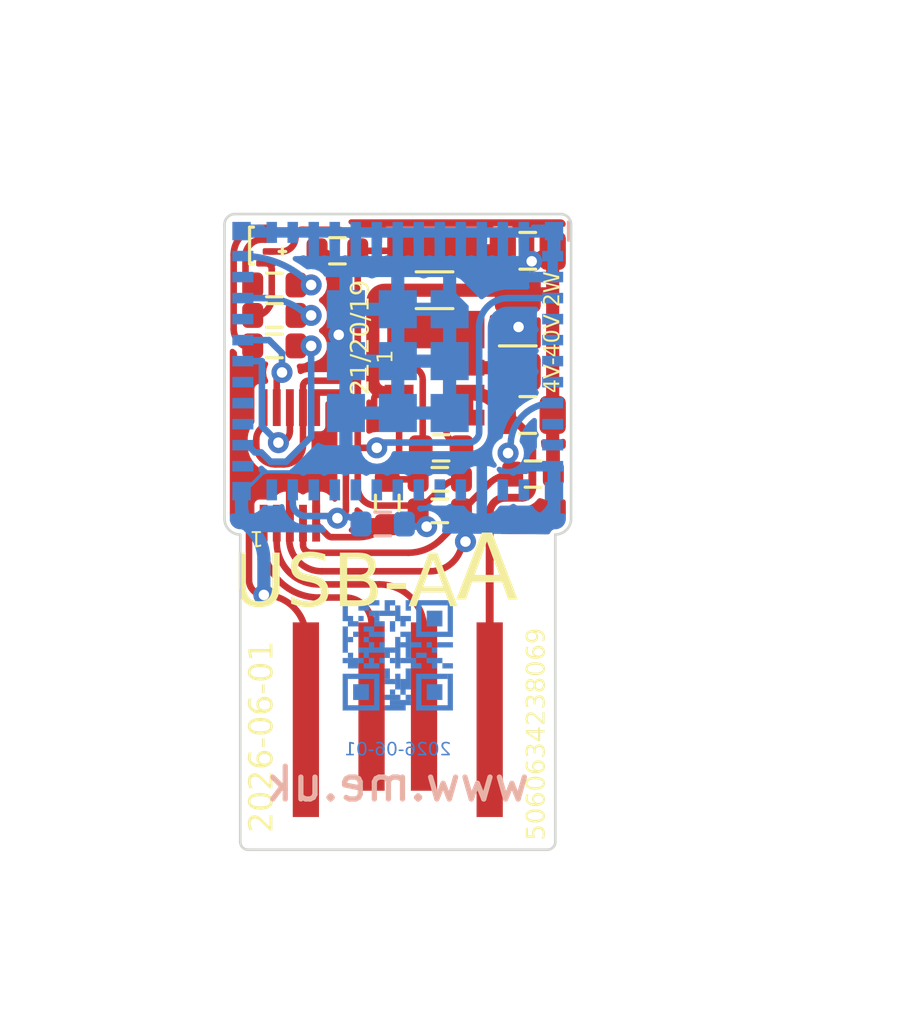
<source format=kicad_pcb>
(kicad_pcb (version 20221018) (generator pcbnew)
  (title_block (title "Generic ESP32 USB-A") (rev "1") (comment 1 "www.me.uk") (comment 2 "@TheRealRevK"))
  (layers (0 "F.Cu" signal) (31 "B.Cu" signal) (34 "B.Paste" user) (35 "F.Paste" user) (36 "B.SilkS" user "B.Silkscreen") (37 "F.SilkS" user "F.Silkscreen") (38 "B.Mask" user) (39 "F.Mask" user) (44 "Edge.Cuts" user))
  (property "DATE" "2023-06-01")
  (net 0 "")
  (net 1 "Net-(D1-BK)")
  (net 2 "GND")
  (net 3 "Net-(D1-RK)")
  (net 4 "Net-(D1-GK)")
  (net 5 "O")
  (net 6 "I")
  (net 7 "Net-(J1-D-)")
  (net 8 "Net-(J1-D+)")
  (net 9 "Net-(U2-FB)")
  (net 12 "EN")
  (net 13 "GPIO0")
  (net 16 "CHARGER")
  (net 18 "R")
  (net 19 "G")
  (net 20 "B")
  (net 34 "+3.3V")
  (net 39 "DC")
  (footprint "RevK:R_0603" (layer "F.Cu") (at 116.8 110.66)
    (fp_text reference "R3" hide)
    (fp_text value "100R")
    (fp_line (start -0.3 -0.45) (end 0.3 -0.45) (stroke (width 0.12)) (layer "F.SilkS"))
    (fp_line (start -0.3 0.45) (end 0.3 0.45) (stroke (width 0.12)) (layer "F.SilkS"))
    (pad "1" smd roundrect (at -0.825 0) (size 0.8 0.95) (layers "F.Cu" "F.Paste" "F.Mask") (net 1 "Net-(D1-BK)"))
    (pad "2" smd roundrect (at 0.825 0) (size 0.8 0.95) (layers "F.Cu" "F.Paste" "F.Mask") (net 20 "B"))
  )
  (footprint "RevK:MHS190RGBCT" (layer "F.Cu") (at 116.605 108 90)
    (fp_text reference "D1" hide)
    (fp_text value "LED_BARG" hide)
    (fp_line (start -0.7 -0.75) (end 0.7 -0.75) (stroke (width 0.12)) (layer "F.SilkS"))
    (fp_line (start -0.7 -0.6) (end -0.7 -0.75) (stroke (width 0.12)) (layer "F.SilkS"))
    (fp_line (start -0.35 0.5) (end -0.1 0.5) (stroke (width 0.12)) (layer "F.SilkS"))
    (fp_line (start -0.225 0.625) (end -0.225 0.375) (stroke (width 0.12)) (layer "F.SilkS"))
    (fp_line (start 0.7 -0.75) (end 0.7 -0.6) (stroke (width 0.12)) (layer "F.SilkS"))
    (pad "1" smd roundrect (at -0.675 -0.125 90) (size 0.25 0.75) (layers "F.Cu" "F.Paste" "F.Mask") (net 1 "Net-(D1-BK)"))
    (pad "2" smd roundrect (at -0.225 0 90) (size 0.25 0.5) (layers "F.Cu" "F.Paste" "F.Mask") (net 34 "+3.3V"))
    (pad "3" smd roundrect (at 0.225 0 90) (size 0.25 0.5) (layers "F.Cu" "F.Paste" "F.Mask") (net 3 "Net-(D1-RK)"))
    (pad "4" smd roundrect (at 0.675 -0.125 90) (size 0.25 0.75) (layers "F.Cu" "F.Paste" "F.Mask") (net 4 "Net-(D1-GK)"))
  )
  (footprint "RevK:R_0603" (layer "F.Cu") (at 116.8 109.5)
    (fp_text reference "R1" hide)
    (fp_text value "300R")
    (fp_line (start -0.3 -0.45) (end 0.3 -0.45) (stroke (width 0.12)) (layer "F.SilkS"))
    (fp_line (start -0.3 0.45) (end 0.3 0.45) (stroke (width 0.12)) (layer "F.SilkS"))
    (pad "1" smd roundrect (at -0.825 0) (size 0.8 0.95) (layers "F.Cu" "F.Paste" "F.Mask") (net 3 "Net-(D1-RK)"))
    (pad "2" smd roundrect (at 0.825 0) (size 0.8 0.95) (layers "F.Cu" "F.Paste" "F.Mask") (net 18 "R"))
  )
  (footprint "RevK:R_0603" (layer "F.Cu") (at 116.8 111.82)
    (fp_text reference "R2" hide)
    (fp_text value "1K")
    (fp_line (start -0.3 -0.45) (end 0.3 -0.45) (stroke (width 0.12)) (layer "F.SilkS"))
    (fp_line (start -0.3 0.45) (end 0.3 0.45) (stroke (width 0.12)) (layer "F.SilkS"))
    (pad "1" smd roundrect (at -0.825 0) (size 0.8 0.95) (layers "F.Cu" "F.Paste" "F.Mask") (net 4 "Net-(D1-GK)"))
    (pad "2" smd roundrect (at 0.825 0) (size 0.8 0.95) (layers "F.Cu" "F.Paste" "F.Mask") (net 19 "G"))
  )
  (footprint "RevK:C_0805_" (layer "F.Cu") (at 126.45 108.2 180)
    (fp_text reference "C3" hide)
    (fp_text value "10uF")
    (fp_line (start -0.3 -0.7) (end 0.3 -0.7) (stroke (width 0.12)) (layer "F.SilkS"))
    (fp_line (start -0.3 0.7) (end 0.3 0.7) (stroke (width 0.12)) (layer "F.SilkS"))
  )
  (footprint "RevK:D_1206_" (layer "F.Cu") (at 126.07 111.32 90)
    (fp_text reference "D2" hide)
    (fp_text value "Schottky")
    (fp_line (start -0.5 -0.7) (end -0.5 0.7) (stroke (width 0.12)) (layer "F.SilkS"))
  )
  (footprint "RevK:L_4x4_" (layer "F.Cu") (at 122.9 109.7 -90)
    (fp_text reference "L1" hide)
    (fp_text value "6.8uH")
    (fp_line (start -0.7 -0.7) (end -0.7 0.7) (stroke (width 0.12)) (layer "F.SilkS"))
    (fp_line (start 0.7 -0.7) (end 0.7 0.7) (stroke (width 0.12)) (layer "F.SilkS"))
  )
  (footprint "RevK:C_0805_" (layer "F.Cu") (at 126.45 114.45)
    (fp_text reference "C2" hide)
    (fp_text value "2.2uF")
    (fp_line (start -0.3 -0.7) (end 0.3 -0.7) (stroke (width 0.12)) (layer "F.SilkS"))
    (fp_line (start -0.3 0.7) (end 0.3 0.7) (stroke (width 0.12)) (layer "F.SilkS"))
  )
  (footprint "RevK:USB-A-PCB" (layer "F.Cu") (at 121.5 131)
    (fp_text reference "J1" hide)
    (fp_text value "USB_A")
    (fp_line (start -6 -12) (end -6 -0.3) (stroke (width 0.1)) (layer "Edge.Cuts"))
    (fp_line (start -5.7 0) (end 5.7 0) (stroke (width 0.1)) (layer "Edge.Cuts"))
    (fp_line (start 6 -0.3) (end 6 -12) (stroke (width 0.1)) (layer "Edge.Cuts"))
    (fp_arc (start -5.7 0) (mid -5.912132 -0.087868) (end -6 -0.3) (stroke (width 0.1)) (layer "Edge.Cuts"))
    (fp_arc (start 6 -0.3) (mid 5.912132 -0.087868) (end 5.7 0) (stroke (width 0.1)) (layer "Edge.Cuts"))
    (pad "1" smd rect (at 3.5 -4.95) (size 1 7.41) (layers "F.Cu" "F.Mask") (net 39 "DC"))
    (pad "2" smd rect (at 1 -5.45) (size 1 6.41) (layers "F.Cu" "F.Mask") (net 7 "Net-(J1-D-)"))
    (pad "3" smd rect (at -1 -5.45) (size 1 6.41) (layers "F.Cu" "F.Mask") (net 8 "Net-(J1-D+)"))
    (pad "4" smd rect (at -3.5 -4.95) (size 1 7.41) (layers "F.Cu" "F.Mask") (net 2 "GND"))
  )
  (footprint "RevK:C_0603" (layer "F.Cu") (at 119.2 108.2 180)
    (fp_text reference "C4" hide)
    (fp_text value "100nF")
    (fp_line (start -0.3 -0.5) (end 0.3 -0.5) (stroke (width 0.12)) (layer "F.SilkS"))
    (fp_line (start -0.3 0.5) (end 0.3 0.5) (stroke (width 0.12)) (layer "F.SilkS"))
    (pad "1" smd roundrect (at -0.775 0 180) (size 0.8 0.95) (layers "F.Cu" "F.Paste" "F.Mask") (net 34 "+3.3V"))
    (pad "2" smd roundrect (at 0.775 0 180) (size 0.8 0.95) (layers "F.Cu" "F.Paste" "F.Mask") (net 2 "GND"))
  )
  (footprint "RevK:C_0603_" (layer "F.Cu") (at 123.15 115.7)
    (fp_text reference "C1" hide)
    (fp_text value "100nF")
    (fp_line (start -0.3 -0.5) (end 0.3 -0.5) (stroke (width 0.12)) (layer "F.SilkS"))
    (fp_line (start -0.3 0.5) (end 0.3 0.5) (stroke (width 0.12)) (layer "F.SilkS"))
  )
  (footprint "RevK:R_0603" (layer "F.Cu") (at 121.1 117.8 90)
    (fp_text reference "R5" hide)
    (fp_text value "30k 1%")
    (fp_line (start -0.3 -0.45) (end 0.3 -0.45) (stroke (width 0.12)) (layer "F.SilkS"))
    (fp_line (start -0.3 0.45) (end 0.3 0.45) (stroke (width 0.12)) (layer "F.SilkS"))
    (pad "1" smd roundrect (at -0.825 0 90) (size 0.8 0.95) (layers "F.Cu" "F.Paste" "F.Mask") (net 2 "GND"))
    (pad "2" smd roundrect (at 0.825 0 90) (size 0.8 0.95) (layers "F.Cu" "F.Paste" "F.Mask") (net 9 "Net-(U2-FB)"))
  )
  (footprint "RevK:SOT-23-Thin-6-Reg" (layer "F.Cu") (at 122.9 113.6 90)
    (fp_text reference "U2" hide)
    (fp_text value "LMR16006YDDCR")
    (fp_text user "4V-40V 2W" (at 2.3 4.5 90 unlocked) (layer "F.SilkS") (effects (font (size 0.6 0.6) (thickness 0.125))))
    (fp_text user "1" (at 1.1 -1.5 90 unlocked) (layer "F.SilkS") (effects (font (size 0.6 0.6)) (justify left bottom)))
    (pad "1" smd roundrect (at -2.1 -0.525 180) (size 0.9 0.95) (layers "F.Cu" "F.Paste" "F.Mask") (clearance 0.2))
    (pad "1" smd custom (at -0.8 -0.45 90) (size 2.6 0.25) (layers "F.Cu") (clearance 0.2) (options (clearance outline) (anchor rect)) (primitives (gr_arc (start 1.75 -0.45) (mid 1.618198 -0.131802) (end 1.3 0) (width 0.25))))
    (pad "1" smd rect (at 0.95 -1.35 180) (size 1.1 0.6) (layers "F.Cu" "F.Paste" "F.Mask") (clearance 0.2))
    (pad "2" smd custom (at -1.1 4.5 90) (size 0.1 0.1) (layers "F.Cu") (net 2 "GND") (clearance 0.2) (options (clearance outline) (anchor rect)) (primitives (gr_line (start 0 0) (end 6.6 0) (width 0.4999)) (gr_line (start 4.8625 0) (end 4.8625 -1.6) (width 0.4999)) (gr_line (start 5 -1.6) (end 5 -6.4) (width 0.4999)) (gr_arc (start 4.55 -6.85) (mid 4.868198 -6.718198) (end 5 -6.4) (width 0.4999)) (gr_line (start 4.55 -6.85) (end 1.55 -6.85) (width 0.4999)) (gr_arc (start 1.1 -6.4) (mid 1.231802 -6.718198) (end 1.55 -6.85) (width 0.4999)) (gr_line (start 1.1 -6.4) (end 1.1 -5.9) (width 0.4999))))
    (pad "2" smd roundrect (at -0.85 4.5) (size 1 1.45) (layers "F.Cu" "F.Paste" "F.Mask") (net 2 "GND"))
    (pad "2" smd rect (at 0 -1.35 180) (size 1.1 0.6) (layers "F.Cu" "F.Paste" "F.Mask") (net 2 "GND") (clearance 0.2))
    (pad "2" smd roundrect (at 3.7625 3.17 90) (size 1.425 1.75) (layers "F.Cu" "F.Paste" "F.Mask") (roundrect_rratio 0.175) (net 2 "GND") (clearance 0.2))
    (pad "2" smd roundrect (at 5.4 4.5) (size 1 1.45) (layers "F.Cu" "F.Paste" "F.Mask") (net 2 "GND"))
    (pad "3" smd rect (at -0.95 -1.35 180) (size 1.1 0.6) (layers "F.Cu" "F.Paste" "F.Mask") (net 9 "Net-(U2-FB)") (clearance 0.2))
    (pad "4" smd rect (at -0.95 1.35 180) (size 1.1 0.6) (layers "F.Cu" "F.Paste" "F.Mask") (net 39 "DC") (clearance 0.2))
    (pad "5" smd custom (at -1.06 2.55 90) (size 0.1 0.1) (layers "F.Cu") (net 39 "DC") (options (clearance outline) (anchor rect)) (primitives (gr_arc (start 1 -1) (mid 0.707723 -0.29351) (end 0.001745 -0.000002) (width 0.5))))
    (pad "5" smd roundrect (at -0.85 2.6) (size 1 1.45) (layers "F.Cu" "F.Paste" "F.Mask") (net 39 "DC") (clearance 0.2))
    (pad "5" smd rect (at 0 1.35 180) (size 1.1 0.6) (layers "F.Cu" "F.Paste" "F.Mask") (net 39 "DC") (clearance 0.2))
    (pad "6" smd roundrect (at -2.1 1.025 180) (size 0.9 0.95) (layers "F.Cu" "F.Paste" "F.Mask") (clearance 0.2))
    (pad "6" smd custom (at -0.475 0.45 90) (size 1.95 0.25) (layers "F.Cu") (clearance 0.2) (options (clearance outline) (anchor rect)) (primitives (gr_arc (start 0.975 0) (mid 1.293198 0.131802) (end 1.425 0.45) (width 0.25)) (gr_arc (start -1.425 0.45) (mid -1.293198 0.131802) (end -0.975 0) (width 0.25))))
    (pad "6" smd roundrect (at 0.7975 3.17 90) (size 1.425 1.75) (layers "F.Cu" "F.Paste" "F.Mask") (roundrect_rratio 0.175) (clearance 0.2))
    (pad "6" smd rect (at 0.95 1.35 180) (size 1.1 0.6) (layers "F.Cu" "F.Paste" "F.Mask") (clearance 0.2))
    (pad "6" smd rect (at 0.95 2.3 180) (size 2 0.5) (layers "F.Cu") (clearance 0.2))
    (pad "6" smd rect (at 1.9 1.35 90) (size 2 0.5) (layers "F.Cu") (clearance 0.2))
    (pad "6" smd rect (at 2.4 0.05 180) (size 3.7 1.425) (layers "F.Cu" "F.Mask") (clearance 0.2))
    (pad "7" smd rect (at 5.4 0.05 180) (size 3.7 1.425) (layers "F.Cu" "F.Mask") (net 34 "+3.3V"))
    (pad "7" smd rect (at 5.4 0.8 90) (size 0.5 4) (layers "F.Cu") (net 34 "+3.3V"))
    (pad "7" smd roundrect (at 5.4 2.6) (size 1 1.45) (layers "F.Cu" "F.Paste" "F.Mask") (net 34 "+3.3V") (clearance 0.2))
  )
  (footprint "RevK:R_0603" (layer "F.Cu") (at 123.1 116.9 180)
    (fp_text reference "R4" hide)
    (fp_text value "100k 1%")
    (fp_line (start -0.3 -0.45) (end 0.3 -0.45) (stroke (width 0.12)) (layer "F.SilkS"))
    (fp_line (start -0.3 0.45) (end 0.3 0.45) (stroke (width 0.12)) (layer "F.SilkS"))
    (pad "1" smd roundrect (at -0.825 0 180) (size 0.8 0.95) (layers "F.Cu" "F.Paste" "F.Mask") (net 34 "+3.3V"))
    (pad "2" smd roundrect (at 0.825 0 180) (size 0.8 0.95) (layers "F.Cu" "F.Paste" "F.Mask") (net 9 "Net-(U2-FB)"))
  )
  (footprint "RevK:CH340X" (layer "F.Cu") (at 117.39 116.37 90)
    (fp_text reference "U3" hide)
    (fp_text value "CH340X")
    (fp_text user "1" (at -2.4 -1 180 unlocked) (layer "F.SilkS") (effects (font (size 0.6 0.6)) (justify left bottom)))
    (pad "1" smd rect (at -2.2 -1 90) (size 1.4 0.3) (layers "F.Cu" "F.Paste" "F.Mask") (net 8 "Net-(J1-D+)"))
    (pad "2" smd rect (at -2.2 -0.5 90) (size 1.4 0.3) (layers "F.Cu" "F.Paste" "F.Mask") (net 7 "Net-(J1-D-)"))
    (pad "3" smd rect (at -2.2 0 90) (size 1.4 0.3) (layers "F.Cu" "F.Paste" "F.Mask") (net 2 "GND"))
    (pad "4" smd rect (at -2.2 0.5 90) (size 1.4 0.3) (layers "F.Cu" "F.Paste" "F.Mask") (net 12 "EN"))
    (pad "5" smd rect (at -2.2 1 90) (size 1.4 0.3) (layers "F.Cu" "F.Paste" "F.Mask") (net 2 "GND"))
    (pad "6" smd rect (at 2.2 1 90) (size 1.4 0.3) (layers "F.Cu" "F.Paste" "F.Mask") (net 13 "GPIO0"))
    (pad "7" smd rect (at 2.2 0.5 90) (size 1.4 0.3) (layers "F.Cu" "F.Paste" "F.Mask") (net 34 "+3.3V"))
    (pad "8" smd rect (at 2.2 0 90) (size 1.4 0.3) (layers "F.Cu" "F.Paste" "F.Mask") (net 6 "I"))
    (pad "9" smd rect (at 2.2 -0.5 90) (size 1.4 0.3) (layers "F.Cu" "F.Paste" "F.Mask") (net 5 "O"))
    (pad "10" smd rect (at 2.2 -1 90) (size 1.4 0.3) (layers "F.Cu" "F.Paste" "F.Mask") (net 34 "+3.3V"))
  )
  (footprint "RevK:C_0603" (layer "F.Cu") (at 126.65 116.7 180)
    (fp_text reference "C5" hide)
    (fp_text value "1uF")
    (fp_line (start -0.3 -0.5) (end 0.3 -0.5) (stroke (width 0.12)) (layer "F.SilkS"))
    (fp_line (start -0.3 0.5) (end 0.3 0.5) (stroke (width 0.12)) (layer "F.SilkS"))
    (pad "1" smd roundrect (at -0.775 0 180) (size 0.8 0.95) (layers "F.Cu" "F.Paste" "F.Mask") (net 2 "GND"))
    (pad "2" smd roundrect (at 0.775 0 180) (size 0.8 0.95) (layers "F.Cu" "F.Paste" "F.Mask") (net 12 "EN"))
  )
  (footprint "RevK:R_0603" (layer "F.Cu") (at 123.1 118.1)
    (fp_text reference "R6" hide)
    (fp_text value "10k")
    (fp_line (start -0.3 -0.45) (end 0.3 -0.45) (stroke (width 0.12)) (layer "F.SilkS"))
    (fp_line (start -0.3 0.45) (end 0.3 0.45) (stroke (width 0.12)) (layer "F.SilkS"))
    (pad "1" smd roundrect (at -0.825 0) (size 0.8 0.95) (layers "F.Cu" "F.Paste" "F.Mask") (net 34 "+3.3V"))
    (pad "2" smd roundrect (at 0.825 0) (size 0.8 0.95) (layers "F.Cu" "F.Paste" "F.Mask") (net 12 "EN"))
  )
  (footprint "RevK:ESP32-PICO-MINI-02" (layer "B.Cu") (at 121.5 112.4 180)
    (fp_text reference "U1" hide)
    (fp_text value "ESP32-PICO-MINI-02")
    (fp_line (start -6.5 5.3) (end -6.5 4.6) (stroke (width 0.12)) (layer "B.SilkS"))
    (pad "1" smd rect (at -5.9 4 180) (size 0.8 0.4) (layers "B.Cu" "B.Paste" "B.Mask") (net 2 "GND"))
    (pad "2" smd rect (at -5.9 3.2 180) (size 0.8 0.4) (layers "B.Cu" "B.Paste" "B.Mask") (net 2 "GND"))
    (pad "3" smd rect (at -5.9 2.4 180) (size 0.8 0.4) (layers "B.Cu" "B.Paste" "B.Mask") (net 34 "+3.3V"))
    (pad "4" smd rect (at -5.9 1.6 180) (size 0.8 0.4) (layers "B.Cu" "B.Paste" "B.Mask"))
    (pad "5" smd rect (at -5.9 0.8 180) (size 0.8 0.4) (layers "B.Cu" "B.Paste" "B.Mask"))
    (pad "6" smd rect (at -5.9 0 180) (size 0.8 0.4) (layers "B.Cu" "B.Paste" "B.Mask"))
    (pad "7" smd rect (at -5.9 -0.8 180) (size 0.8 0.4) (layers "B.Cu" "B.Paste" "B.Mask"))
    (pad "8" smd rect (at -5.9 -1.6 180) (size 0.8 0.4) (layers "B.Cu" "B.Paste" "B.Mask") (net 12 "EN"))
    (pad "9" smd rect (at -5.9 -2.4 180) (size 0.8 0.4) (layers "B.Cu" "B.Paste" "B.Mask"))
    (pad "10" smd rect (at -5.9 -3.2 180) (size 0.8 0.4) (layers "B.Cu" "B.Paste" "B.Mask"))
    (pad "11" smd rect (at -5.9 -4 180) (size 0.8 0.4) (layers "B.Cu" "B.Paste" "B.Mask") (net 2 "GND"))
    (pad "12" smd rect (at -4.8 -4.9 180) (size 0.4 0.8) (layers "B.Cu" "B.Paste" "B.Mask"))
    (pad "13" smd rect (at -4 -4.9 180) (size 0.4 0.8) (layers "B.Cu" "B.Paste" "B.Mask"))
    (pad "14" smd rect (at -3.2 -4.9 180) (size 0.4 0.8) (layers "B.Cu" "B.Paste" "B.Mask") (net 2 "GND"))
    (pad "15" smd rect (at -2.4 -4.9 180) (size 0.4 0.8) (layers "B.Cu" "B.Paste" "B.Mask"))
    (pad "16" smd rect (at -1.6 -4.9 180) (size 0.4 0.8) (layers "B.Cu" "B.Paste" "B.Mask"))
    (pad "17" smd rect (at -0.8 -4.9 180) (size 0.4 0.8) (layers "B.Cu" "B.Paste" "B.Mask"))
    (pad "18" smd rect (at 0 -4.9 180) (size 0.4 0.8) (layers "B.Cu" "B.Paste" "B.Mask"))
    (pad "19" smd rect (at 0.8 -4.9 180) (size 0.4 0.8) (layers "B.Cu" "B.Paste" "B.Mask"))
    (pad "20" smd rect (at 1.6 -4.9 180) (size 0.4 0.8) (layers "B.Cu" "B.Paste" "B.Mask"))
    (pad "21" smd rect (at 2.4 -4.9 180) (size 0.4 0.8) (layers "B.Cu" "B.Paste" "B.Mask"))
    (pad "22" smd rect (at 3.2 -4.9 180) (size 0.4 0.8) (layers "B.Cu" "B.Paste" "B.Mask"))
    (pad "23" smd rect (at 4 -4.9 180) (size 0.4 0.8) (layers "B.Cu" "B.Paste" "B.Mask") (net 13 "GPIO0"))
    (pad "24" smd rect (at 4.8 -4.9 180) (size 0.4 0.8) (layers "B.Cu" "B.Paste" "B.Mask"))
    (pad "25" smd rect (at 5.9 -4 180) (size 0.8 0.4) (layers "B.Cu" "B.Paste" "B.Mask"))
    (pad "26" smd rect (at 5.9 -3.2 180) (size 0.8 0.4) (layers "B.Cu" "B.Paste" "B.Mask") (net 19 "G"))
    (pad "27" smd rect (at 5.9 -2.4 180) (size 0.8 0.4) (layers "B.Cu" "B.Paste" "B.Mask"))
    (pad "28" smd rect (at 5.9 -1.6 180) (size 0.8 0.4) (layers "B.Cu" "B.Paste" "B.Mask"))
    (pad "29" smd rect (at 5.9 -0.8 180) (size 0.8 0.4) (layers "B.Cu" "B.Paste" "B.Mask"))
    (pad "30" smd rect (at 5.9 0 180) (size 0.8 0.4) (layers "B.Cu" "B.Paste" "B.Mask") (net 6 "I"))
    (pad "31" smd rect (at 5.9 0.8 180) (size 0.8 0.4) (layers "B.Cu" "B.Paste" "B.Mask") (net 5 "O"))
    (pad "32" smd rect (at 5.9 1.6 180) (size 0.8 0.4) (layers "B.Cu" "B.Paste" "B.Mask"))
    (pad "33" smd rect (at 5.9 2.4 180) (size 0.8 0.4) (layers "B.Cu" "B.Paste" "B.Mask") (net 20 "B"))
    (pad "34" smd rect (at 5.9 3.2 180) (size 0.8 0.4) (layers "B.Cu" "B.Paste" "B.Mask") (net 16 "CHARGER"))
    (pad "35" smd rect (at 5.9 4 180) (size 0.8 0.4) (layers "B.Cu" "B.Paste" "B.Mask") (net 18 "R"))
    (pad "36" smd rect (at 4.8 4.9 180) (size 0.4 0.8) (layers "B.Cu" "B.Paste" "B.Mask") (net 2 "GND"))
    (pad "37" smd rect (at 4 4.9 180) (size 0.4 0.8) (layers "B.Cu" "B.Paste" "B.Mask") (net 2 "GND"))
    (pad "38" smd rect (at 3.2 4.9 180) (size 0.4 0.8) (layers "B.Cu" "B.Paste" "B.Mask") (net 2 "GND"))
    (pad "39" smd rect (at 2.4 4.9 180) (size 0.4 0.8) (layers "B.Cu" "B.Paste" "B.Mask") (net 2 "GND"))
    (pad "40" smd rect (at 1.6 4.9 180) (size 0.4 0.8) (layers "B.Cu" "B.Paste" "B.Mask") (net 2 "GND"))
    (pad "41" smd rect (at 0.8 4.9 180) (size 0.4 0.8) (layers "B.Cu" "B.Paste" "B.Mask") (net 2 "GND"))
    (pad "42" smd rect (at 0 4.9 180) (size 0.4 0.8) (layers "B.Cu" "B.Paste" "B.Mask") (net 2 "GND"))
    (pad "43" smd rect (at -0.8 4.9 180) (size 0.4 0.8) (layers "B.Cu" "B.Paste" "B.Mask") (net 2 "GND"))
    (pad "44" smd rect (at -1.6 4.9 180) (size 0.4 0.8) (layers "B.Cu" "B.Paste" "B.Mask") (net 2 "GND"))
    (pad "45" smd rect (at -2.4 4.9 180) (size 0.4 0.8) (layers "B.Cu" "B.Paste" "B.Mask") (net 2 "GND"))
    (pad "46" smd rect (at -3.2 4.9 180) (size 0.4 0.8) (layers "B.Cu" "B.Paste" "B.Mask") (net 2 "GND"))
    (pad "47" smd rect (at -4 4.9 180) (size 0.4 0.8) (layers "B.Cu" "B.Paste" "B.Mask") (net 2 "GND"))
    (pad "48" smd rect (at -4.8 4.9 180) (size 0.4 0.8) (layers "B.Cu" "B.Paste" "B.Mask") (net 2 "GND"))
    (pad "49" smd rect (at -1.975 -1.975 180) (size 1.45 1.45) (layers "B.Cu" "B.Paste" "B.Mask") (net 2 "GND"))
    (pad "49" smd rect (at -1.975 0 180) (size 1.45 1.45) (layers "B.Cu" "B.Paste" "B.Mask") (net 2 "GND"))
    (pad "49" smd roundrect (at -1.975 1.975 180) (size 1.45 1.45) (layers "B.Cu" "B.Paste" "B.Mask") (roundrect_rratio 0) (chamfer_ratio 0.41) (chamfer bottom_left) (net 2 "GND"))
    (pad "49" smd rect (at 0 -1.975 180) (size 1.45 1.45) (layers "B.Cu" "B.Paste" "B.Mask") (net 2 "GND"))
    (pad "49" smd rect (at 0 0 180) (size 1.45 1.45) (layers "B.Cu" "B.Paste" "B.Mask") (net 2 "GND"))
    (pad "49" smd rect (at 0 1.975 180) (size 1.45 1.45) (layers "B.Cu" "B.Paste" "B.Mask") (net 2 "GND"))
    (pad "49" smd rect (at 1.975 -1.975 180) (size 1.45 1.45) (layers "B.Cu" "B.Paste" "B.Mask") (net 2 "GND"))
    (pad "49" smd rect (at 1.975 0 180) (size 1.45 1.45) (layers "B.Cu" "B.Paste" "B.Mask") (net 2 "GND"))
    (pad "49" smd rect (at 1.975 1.975 180) (size 1.45 1.45) (layers "B.Cu" "B.Paste" "B.Mask") (net 2 "GND"))
    (pad "50" smd rect (at 5.95 4.95 180) (size 0.7 0.7) (layers "B.Cu" "B.Paste" "B.Mask") (net 2 "GND"))
    (pad "51" smd rect (at 5.95 -4.95 180) (size 0.7 0.7) (layers "B.Cu" "B.Paste" "B.Mask") (net 2 "GND"))
    (pad "52" smd rect (at -5.95 -4.95 180) (size 0.7 0.7) (layers "B.Cu" "B.Paste" "B.Mask") (net 2 "GND"))
    (pad "53" smd rect (at -5.95 4.95 180) (size 0.7 0.7) (layers "B.Cu" "B.Paste" "B.Mask") (net 2 "GND"))
    (zone (net 0) (net_name "") (layer "F.Cu") (connect_pads (clearance 0)) (min_thickness 0.01)
      (keepout (tracks not_allowed) (vias not_allowed) (pads not_allowed) (copperpour not_allowed) (footprints allowed))
      (fill (thermal_gap 0.508) (thermal_bridge_width 0.508))
      (polygon (pts (xy 128.1 101.4) (xy 114.9 101.4) (xy 114.9 106.8) (xy 128.1 106.8)))
    )
    (zone (net 0) (net_name "") (layer "B.Cu") (connect_pads (clearance 0)) (min_thickness 0.01)
      (keepout (tracks not_allowed) (vias not_allowed) (pads not_allowed) (copperpour not_allowed) (footprints allowed))
      (fill (thermal_gap 0.508) (thermal_bridge_width 0.508))
      (polygon (pts (xy 128.1 101.4) (xy 114.9 101.4) (xy 114.9 106.8) (xy 128.1 106.8)))
    )
  )
  (footprint "RevK:QR-GENERIC" (layer "B.Cu") (at 121.5 123.6 180)
    (fp_text reference "U4" hide)
    (fp_text value "QR" hide)
    (fp_text user "${CURRENT_DATE}" (at 0 -3.6) (layer "B.Cu") (effects (font (size 0.5 0.5) (thickness 0.1)) (justify mirror)))
    (pad "-" smd rect (at -2 -1.3 180) (size 0.2 1.2) (layers "B.Cu") (clearance 0.2))
    (pad "-" smd rect (at -2 1.5 180) (size 0.2 1.2) (layers "B.Cu") (clearance 0.2))
    (pad "-" smd rect (at -1.9 -0.4 180) (size 0.4 0.2) (layers "B.Cu") (clearance 0.2))
    (pad "-" smd rect (at -1.8 0.4 180) (size 0.6 0.2) (layers "B.Cu") (clearance 0.2))
    (pad "-" smd rect (at -1.6 -0.2 180) (size 0.2 0.2) (layers "B.Cu") (clearance 0.2))
    (pad "-" smd rect (at -1.4 -2 180) (size 1.4 0.2) (layers "B.Cu") (clearance 0.2))
    (pad "-" smd rect (at -1.4 -1.4 180) (size 0.6 0.6) (layers "B.Cu") (clearance 0.2))
    (pad "-" smd rect (at -1.4 -0.8 180) (size 1 0.2) (layers "B.Cu") (clearance 0.2))
    (pad "-" smd rect (at -1.4 -0.3 180) (size 0.2 0.4) (layers "B.Cu") (clearance 0.2))
    (pad "-" smd rect (at -1.4 0.2 180) (size 0.2 0.2) (layers "B.Cu") (clearance 0.2))
    (pad "-" smd rect (at -1.4 0.8 180) (size 1.4 0.2) (layers "B.Cu") (clearance 0.2))
    (pad "-" smd rect (at -1.4 1.4 180) (size 0.6 0.6) (layers "B.Cu") (clearance 0.2))
    (pad "-" smd rect (at -1.4 2 180) (size 1 0.2) (layers "B.Cu") (clearance 0.2))
    (pad "-" smd rect (at -1.2 -0.2 180) (size 0.2 0.2) (layers "B.Cu") (clearance 0.2))
    (pad "-" smd rect (at -1.2 0.4 180) (size 0.2 0.2) (layers "B.Cu") (clearance 0.2))
    (pad "-" smd rect (at -0.9 0 180) (size 0.4 0.2) (layers "B.Cu") (clearance 0.2))
    (pad "-" smd rect (at -0.8 -1.3 180) (size 0.2 1.2) (layers "B.Cu") (clearance 0.2))
    (pad "-" smd rect (at -0.8 1.5 180) (size 0.2 1.2) (layers "B.Cu") (clearance 0.2))
    (pad "-" smd rect (at -0.7 -0.4 180) (size 0.4 0.2) (layers "B.Cu") (clearance 0.2))
    (pad "-" smd rect (at -0.7 0.4 180) (size 0.4 0.2) (layers "B.Cu") (clearance 0.2))
    (pad "-" smd rect (at -0.4 -1.6 180) (size 0.2 0.2) (layers "B.Cu") (clearance 0.2))
    (pad "-" smd rect (at -0.4 -0.9 180) (size 0.2 0.8) (layers "B.Cu") (clearance 0.2))
    (pad "-" smd rect (at -0.4 -0.2 180) (size 0.6 0.2) (layers "B.Cu") (clearance 0.2))
    (pad "-" smd rect (at -0.4 0.4 180) (size 0.2 1) (layers "B.Cu") (clearance 0.2))
    (pad "-" smd rect (at -0.4 1.4 180) (size 0.2 0.2) (layers "B.Cu") (clearance 0.2))
    (pad "-" smd rect (at -0.4 1.9 180) (size 0.2 0.4) (layers "B.Cu") (clearance 0.2))
    (pad "-" smd rect (at -0.2 -1.2 180) (size 0.2 0.6) (layers "B.Cu") (clearance 0.2))
    (pad "-" smd rect (at -0.2 0.4 180) (size 0.2 0.2) (layers "B.Cu") (clearance 0.2))
    (pad "-" smd rect (at -0.2 0.8 180) (size 0.2 0.2) (layers "B.Cu") (clearance 0.2))
    (pad "-" smd rect (at -0.2 1.3 180) (size 0.2 0.4) (layers "B.Cu") (clearance 0.2))
    (pad "-" smd rect (at -0.1 -1.8 180) (size 0.8 0.2) (layers "B.Cu") (clearance 0.2))
    (pad "-" smd rect (at 0 -1 180) (size 0.2 0.6) (layers "B.Cu") (clearance 0.2))
    (pad "-" smd rect (at 0 0.1 180) (size 0.2 1.2) (layers "B.Cu") (clearance 0.2))
    (pad "-" smd rect (at 0 1.6 180) (size 0.2 0.6) (layers "B.Cu") (clearance 0.2))
    (pad "-" smd rect (at 0.1 -2 180) (size 0.8 0.2) (layers "B.Cu") (clearance 0.2))
    (pad "-" smd rect (at 0.2 -1.6 180) (size 0.6 0.2) (layers "B.Cu") (clearance 0.2))
    (pad "-" smd rect (at 0.2 -1.4 180) (size 0.2 0.2) (layers "B.Cu") (clearance 0.2))
    (pad "-" smd rect (at 0.2 -0.2 180) (size 0.2 0.2) (layers "B.Cu") (clearance 0.2))
    (pad "-" smd rect (at 0.2 0.2 180) (size 0.2 0.2) (layers "B.Cu") (clearance 0.2))
    (pad "-" smd rect (at 0.2 1.1 180) (size 0.2 0.4) (layers "B.Cu") (clearance 0.2))
    (pad "-" smd rect (at 0.2 2 180) (size 0.2 0.2) (layers "B.Cu") (clearance 0.2))
    (pad "-" smd rect (at 0.3 -1 180) (size 0.4 0.2) (layers "B.Cu") (clearance 0.2))
    (pad "-" smd rect (at 0.4 -0.7 180) (size 0.2 0.4) (layers "B.Cu") (clearance 0.2))
    (pad "-" smd rect (at 0.4 0.1 180) (size 0.2 0.4) (layers "B.Cu") (clearance 0.2))
    (pad "-" smd rect (at 0.4 1.6 180) (size 0.6 0.2) (layers "B.Cu") (clearance 0.2))
    (pad "-" smd rect (at 0.4 1.9 180) (size 0.2 0.4) (layers "B.Cu") (clearance 0.2))
    (pad "-" smd rect (at 0.6 -0.2 180) (size 0.2 0.2) (layers "B.Cu") (clearance 0.2))
    (pad "-" smd rect (at 0.6 0.4 180) (size 0.2 0.2) (layers "B.Cu") (clearance 0.2))
    (pad "-" smd rect (at 0.7 1.2 180) (size 0.4 0.2) (layers "B.Cu") (clearance 0.2))
    (pad "-" smd rect (at 0.8 -1.3 180) (size 0.2 1.2) (layers "B.Cu") (clearance 0.2))
    (pad "-" smd rect (at 0.8 0.2 180) (size 0.6 0.2) (layers "B.Cu") (clearance 0.2))
    (pad "-" smd rect (at 0.8 0.8 180) (size 0.6 0.2) (layers "B.Cu") (clearance 0.2))
    (pad "-" smd rect (at 0.8 1.5 180) (size 0.2 0.4) (layers "B.Cu") (clearance 0.2))
    (pad "-" smd rect (at 0.9 2 180) (size 0.4 0.2) (layers "B.Cu") (clearance 0.2))
    (pad "-" smd rect (at 1 -0.4 180) (size 0.6 0.2) (layers "B.Cu") (clearance 0.2))
    (pad "-" smd rect (at 1 -0.2 180) (size 0.2 0.2) (layers "B.Cu") (clearance 0.2))
    (pad "-" smd rect (at 1 0.4 180) (size 0.2 0.2) (layers "B.Cu") (clearance 0.2))
    (pad "-" smd rect (at 1 1.6 180) (size 0.2 0.2) (layers "B.Cu") (clearance 0.2))
    (pad "-" smd rect (at 1.1 1 180) (size 0.4 0.2) (layers "B.Cu") (clearance 0.2))
    (pad "-" smd rect (at 1.2 0.1 180) (size 0.2 0.4) (layers "B.Cu") (clearance 0.2))
    (pad "-" smd rect (at 1.2 0.6 180) (size 0.2 0.2) (layers "B.Cu") (clearance 0.2))
    (pad "-" smd rect (at 1.3 1.8 180) (size 0.4 0.2) (layers "B.Cu") (clearance 0.2))
    (pad "-" smd rect (at 1.4 -2 180) (size 1.4 0.2) (layers "B.Cu") (clearance 0.2))
    (pad "-" smd rect (at 1.4 -1.4 180) (size 0.6 0.6) (layers "B.Cu") (clearance 0.2))
    (pad "-" smd rect (at 1.4 -0.8 180) (size 1 0.2) (layers "B.Cu") (clearance 0.2))
    (pad "-" smd rect (at 1.4 -0.2 180) (size 0.2 0.2) (layers "B.Cu") (clearance 0.2))
    (pad "-" smd rect (at 1.4 0.2 180) (size 0.2 0.2) (layers "B.Cu") (clearance 0.2))
    (pad "-" smd rect (at 1.4 1.4 180) (size 0.2 0.2) (layers "B.Cu") (clearance 0.2))
    (pad "-" smd rect (at 1.6 0.8 180) (size 0.2 0.2) (layers "B.Cu") (clearance 0.2))
    (pad "-" smd rect (at 1.7 -0.3 180) (size 0.4 0.4) (layers "B.Cu") (clearance 0.2))
    (pad "-" smd rect (at 1.7 1.2 180) (size 0.4 0.2) (layers "B.Cu") (clearance 0.2))
    (pad "-" smd rect (at 1.8 0 180) (size 0.2 0.2) (layers "B.Cu") (clearance 0.2))
    (pad "-" smd rect (at 1.8 0.6 180) (size 0.2 0.2) (layers "B.Cu") (clearance 0.2))
    (pad "-" smd rect (at 1.9 1.4 180) (size 0.4 0.2) (layers "B.Cu") (clearance 0.2))
    (pad "-" smd rect (at 2 -1.3 180) (size 0.2 1.2) (layers "B.Cu") (clearance 0.2))
    (pad "-" smd rect (at 2 -0.2 180) (size 0.2 0.2) (layers "B.Cu") (clearance 0.2))
    (pad "-" smd rect (at 2 0.6 180) (size 0.2 1) (layers "B.Cu") (clearance 0.2))
    (pad "-" smd rect (at 2 1.7 180) (size 0.2 0.4) (layers "B.Cu") (clearance 0.2))
    (zone (net 0) (net_name "") (layer "B.Cu") (connect_pads (clearance 0)) (min_thickness 0.254)
      (keepout (tracks not_allowed) (vias not_allowed) (pads allowed) (copperpour not_allowed) (footprints not_allowed))
      (fill (thermal_gap 0.508) (thermal_bridge_width 0.508))
      (polygon (pts (xy 118.55 127.95) (xy 124.45 127.95) (xy 124.45 120.65) (xy 118.55 120.65)))
    )
  )
  (footprint "RevK:R_0603" (layer "B.Cu") (at 120.925 118.6 180)
    (fp_text reference "R7" hide)
    (fp_text value "4k7")
    (fp_line (start -0.3 -0.45) (end 0.3 -0.45) (stroke (width 0.12)) (layer "B.SilkS"))
    (fp_line (start -0.3 0.45) (end 0.3 0.45) (stroke (width 0.12)) (layer "B.SilkS"))
    (pad "1" smd roundrect (at -0.825 0 180) (size 0.8 0.95) (layers "B.Cu" "B.Paste" "B.Mask") (net 34 "+3.3V"))
    (pad "2" smd roundrect (at 0.825 0 180) (size 0.8 0.95) (layers "B.Cu" "B.Paste" "B.Mask") (net 13 "GPIO0"))
  )
  (gr_line (start 128.1 118.4) (end 128.1 107.2) (stroke (width 0.1)) (layer "Edge.Cuts"))
  (gr_line (start 114.9 107.2) (end 114.9 118.4) (stroke (width 0.1)) (layer "Edge.Cuts"))
  (gr_arc (start 128.1 118.4) (mid 127.924264 118.824264) (end 127.5 119) (stroke (width 0.1)) (layer "Edge.Cuts"))
  (gr_arc (start 114.9 107.2) (mid 115.017157 106.917157) (end 115.3 106.8) (stroke (width 0.1)) (layer "Edge.Cuts"))
  (gr_arc (start 115.5 119) (mid 115.075736 118.824264) (end 114.9 118.4) (stroke (width 0.1)) (layer "Edge.Cuts"))
  (gr_line (start 127.7 106.8) (end 115.3 106.8) (stroke (width 0.1)) (layer "Edge.Cuts"))
  (gr_arc (start 127.7 106.8) (mid 127.982843 106.917157) (end 128.1 107.2) (stroke (width 0.1)) (layer "Edge.Cuts"))
  (gr_text "www.me.uk" (at 121.5 128.5) (layer "B.SilkS") (effects (font (size 1.25 1.25) (thickness 0.2)) (justify mirror)))
  (gr_text "USB-A" (at 119.5 120.9) (layer "F.SilkS") (effects (font (size 2 2))))
  (gr_text "5060634238069" (at 126.8 126.6 90) (layer "F.SilkS") (effects (font (size 0.7 0.7) (thickness 0.1))))
  (gr_text "21/20/19" (at 120.1 111.5 90) (layer "F.SilkS") (effects (font (size 0.7 0.7) (thickness 0.1))))
  (gr_text "${CURRENT_DATE}" (at 116.35 126.7 90) (layer "F.SilkS") (effects (font (size 0.9 0.9))))
  (gr_text "A" (at 123.7 121.9) (layer "F.SilkS") (effects (font (size 2.5 2.5)) (justify left bottom)))
  (segment (start 116.7 109.975) (end 116.7 108.895) (width 0.25) (layer "F.Cu") (net 1))
  (arc (start 116.7 108.895) (mid 116.635563 108.739437) (end 116.48 108.675) (width 0.25) (layer "F.Cu") (net 1))
  (arc (start 115.975 110.7) (mid 116.487652 110.487652) (end 116.7 109.975) (width 0.25) (layer "F.Cu") (net 1))
  (segment (start 119.3 109.075) (end 119.3 111.34862) (width 0.25) (layer "F.Cu") (net 2))
  (segment (start 123.920734 119.49235) (end 123.920734 119.428462) (width 0.25) (layer "F.Cu") (net 2))
  (segment (start 117.39 117.1) (end 117.39 118.57) (width 0.25) (layer "F.Cu") (net 2))
  (segment (start 119.3 111.34862) (end 119.2505 111.39812) (width 0.25) (layer "F.Cu") (net 2))
  (segment (start 115.834283 120.734283) (end 115.834283 117.1) (width 0.25) (layer "F.Cu") (net 2))
  (segment (start 127.425 116.7) (end 127.425 117.755) (width 0.5) (layer "F.Cu") (net 2))
  (segment (start 127.4 114.45) (end 127.4 116.675) (width 0.5) (layer "F.Cu") (net 2))
  (segment (start 117.365 118.595) (end 117.365 119.165) (width 0.25) (layer "F.Cu") (net 2))
  (segment (start 120.6 113.862625) (end 120.6 114.3) (width 0.25) (layer "F.Cu") (net 2))
  (segment (start 118.39 118.592492) (end 118.829122 119.031614) (width 0.25) (layer "F.Cu") (net 2))
  (segment (start 118.6 120.4) (end 122.7345 120.4) (width 0.25) (layer "F.Cu") (net 2))
  (segment (start 121.062855 118.662145) (end 121.1 118.625) (width 0.25) (layer "F.Cu") (net 2))
  (segment (start 120 119.102394) (end 119 119.102394) (width 0.25) (layer "F.Cu") (net 2))
  (segment (start 115.834283 117.1) (end 117.39 117.1) (width 0.25) (layer "F.Cu") (net 2))
  (segment (start 126.717158 108.482843) (end 126.6 108.6) (width 0.25) (layer "F.Cu") (net 2))
  (segment (start 126.1 111.1) (end 126.1 110.0575) (width 0.25) (layer "F.Cu") (net 2))
  (segment (start 123.920734 119.428462) (end 124.078235 119.270961) (width 0.25) (layer "F.Cu") (net 2))
  (via (at 126.6 108.6) (size 0.8) (drill 0.4) (layers "F.Cu" "B.Cu") (net 2))
  (via (at 126.1 111.1) (size 0.8) (drill 0.4) (layers "F.Cu" "B.Cu") (net 2))
  (via (at 124.078235 119.270961) (size 0.8) (drill 0.4) (layers "F.Cu" "B.Cu") (net 2))
  (via (at 116.4 121.3) (size 0.8) (drill 0.4) (layers "F.Cu" "B.Cu") (net 2))
  (via (at 119.2505 111.39812) (size 0.8) (drill 0.4) (layers "F.Cu" "B.Cu") (net 2))
  (arc (start 117.365 119.165) (mid 117.726723 120.038277) (end 118.6 120.4) (width 0.25) (layer "F.Cu") (net 2))
  (arc (start 127.4 108.2) (mid 127.030448 108.273508) (end 126.717158 108.482843) (width 0.25) (layer "F.Cu") (net 2))
  (arc (start 118.425 108.2) (mid 119.043718 108.456282) (end 119.3 109.075) (width 0.25) (layer "F.Cu") (net 2))
  (arc (start 120.862625 113.6) (mid 120.676921 113.676921) (end 120.6 113.862625) (width 0.25) (layer "F.Cu") (net 2))
  (arc (start 116.4 121.3) (mid 115.999978 121.134305) (end 115.834283 120.734283) (width 0.25) (layer "F.Cu") (net 2))
  (arc (start 127.425 117.755) (mid 127.170183 118.370183) (end 126.555 118.625) (width 0.5) (layer "F.Cu") (net 2))
  (arc (start 120 119.102394) (mid 120.575213 118.987977) (end 121.062855 118.662145) (width 0.25) (layer "F.Cu") (net 2))
  (arc (start 118.829122 119.031614) (mid 118.907521 119.083999) (end 119 119.102394) (width 0.25) (layer "F.Cu") (net 2))
  (arc (start 122.7345 120.4) (mid 123.480537 120.146754) (end 123.920734 119.49235) (width 0.25) (layer "F.Cu") (net 2))
  (arc (start 118 122.9) (mid 117.531371 121.768629) (end 116.4 121.3) (width 0.25) (layer "F.Cu") (net 2))
  (segment (start 117.41346 116.614761) (end 117.44122 116.587001) (width 0.125) (layer "B.Cu") (net 2))
  (segment (start 116.4 121.3) (end 116.4 119.944974) (width 0.5) (layer "B.Cu") (net 2))
  (segment (start 124.078235 119.270961) (end 124.078235 118.921765) (width 0.25) (layer "B.Cu") (net 2))
  (segment (start 115.67 117.35) (end 116.405239 116.614761) (width 0.125) (layer "B.Cu") (net 2))
  (segment (start 116.405239 116.614761) (end 117.41346 116.614761) (width 0.125) (layer "B.Cu") (net 2))
  (segment (start 124.5 118.5) (end 126.3 118.5) (width 0.25) (layer "B.Cu") (net 2))
  (segment (start 117.44122 116.587001) (end 118.635301 116.587001) (width 0.125) (layer "B.Cu") (net 2))
  (segment (start 119.525 115.697302) (end 119.525 114.375) (width 0.125) (layer "B.Cu") (net 2))
  (segment (start 118.635301 116.587001) (end 119.525 115.697302) (width 0.125) (layer "B.Cu") (net 2))
  (segment (start 115.55 117.892894) (end 115.55 117.35) (width 0.5) (layer "B.Cu") (net 2))
  (arc (start 126.3 118.5) (mid 127.113173 118.163173) (end 127.45 117.35) (width 0.25) (layer "B.Cu") (net 2))
  (arc (start 116.4 119.944974) (mid 116.274784 119.31547) (end 115.918198 118.781802) (width 0.5) (layer "B.Cu") (net 2))
  (arc (start 124.078235 118.921765) (mid 124.201767 118.623532) (end 124.5 118.5) (width 0.25) (layer "B.Cu") (net 2))
  (arc (start 115.918198 118.781802) (mid 115.645692 118.373968) (end 115.55 117.892894) (width 0.5) (layer "B.Cu") (net 2))
  (segment (start 116.605 107.775) (end 116.325 107.775) (width 0.25) (layer "F.Cu") (net 3))
  (segment (start 115.7 108.4) (end 115.7 109.225) (width 0.25) (layer "F.Cu") (net 3))
  (arc (start 116.325 107.775) (mid 115.883058 107.958058) (end 115.7 108.4) (width 0.25) (layer "F.Cu") (net 3))
  (segment (start 115.25 108.35) (end 115.25 111.175) (width 0.25) (layer "F.Cu") (net 4))
  (arc (start 116.275 107.325) (mid 115.550216 107.625216) (end 115.25 108.35) (width 0.25) (layer "F.Cu") (net 4))
  (arc (start 115.25 111.175) (mid 115.462348 111.687652) (end 115.975 111.9) (width 0.25) (layer "F.Cu") (net 4))
  (segment (start 116.89 113.03) (end 116.89 114.17) (width 0.25) (layer "F.Cu") (net 5))
  (segment (start 117.09 112.83) (end 116.89 113.03) (width 0.25) (layer "F.Cu") (net 5))
  (via (at 117.09 112.83) (size 0.8) (drill 0.4) (layers "F.Cu" "B.Cu") (net 5))
  (segment (start 116.6 111.6) (end 115.6 111.6) (width 0.25) (layer "B.Cu") (net 5))
  (segment (start 117.09 112.83) (end 117.09 112.09) (width 0.25) (layer "B.Cu") (net 5))
  (segment (start 117.09 112.09) (end 116.6 111.6) (width 0.25) (layer "B.Cu") (net 5))
  (segment (start 117.39 115.066321) (end 117.39 114.17) (width 0.25) (layer "F.Cu") (net 6))
  (via (at 116.953061 115.50326) (size 0.8) (drill 0.4) (layers "F.Cu" "B.Cu") (net 6))
  (arc (start 116.953061 115.50326) (mid 117.262024 115.375284) (end 117.39 115.066321) (width 0.25) (layer "F.Cu") (net 6))
  (segment (start 116.325 112.4) (end 115.6 112.4) (width 0.25) (layer "B.Cu") (net 6))
  (segment (start 116.325 114.875199) (end 116.325 112.4) (width 0.25) (layer "B.Cu") (net 6))
  (segment (start 116.953061 115.50326) (end 116.325 114.875199) (width 0.25) (layer "B.Cu") (net 6))
  (segment (start 120.8 120.9) (end 118.49 120.9) (width 0.25) (layer "F.Cu") (net 7))
  (segment (start 116.89 119.3) (end 116.89 118.57) (width 0.25) (layer "F.Cu") (net 7))
  (arc (start 118.49 120.9) (mid 117.358629 120.431371) (end 116.89 119.3) (width 0.25) (layer "F.Cu") (net 7))
  (arc (start 122.5 122.6) (mid 122.002082 121.397918) (end 120.8 120.9) (width 0.25) (layer "F.Cu") (net 7))
  (segment (start 119.5 121.4) (end 118.49 121.4) (width 0.25) (layer "F.Cu") (net 8))
  (segment (start 120.5 125.55) (end 120.5 122.4) (width 0.25) (layer "F.Cu") (net 8))
  (segment (start 116.39 119.3) (end 116.39 118.57) (width 0.25) (layer "F.Cu") (net 8))
  (arc (start 118.49 121.4) (mid 117.005076 120.784924) (end 116.39 119.3) (width 0.25) (layer "F.Cu") (net 8))
  (arc (start 120.5 122.4) (mid 120.207107 121.692893) (end 119.5 121.4) (width 0.25) (layer "F.Cu") (net 8))
  (segment (start 122.275 116.9) (end 121.175 116.9) (width 0.25) (layer "F.Cu") (net 9))
  (segment (start 121.55 114.55) (end 121.55 115.888604) (width 0.25) (layer "F.Cu") (net 9))
  (arc (start 121.55 115.888604) (mid 121.433049 116.476557) (end 121.1 116.975) (width 0.25) (layer "F.Cu") (net 9))
  (segment (start 121.9 119.693914) (end 118.195892 119.693914) (width 0.25) (layer "F.Cu") (net 12))
  (segment (start 124.965901 117.076561) (end 124.042462 118) (width 0.25) (layer "F.Cu") (net 12))
  (segment (start 117.89 119.388022) (end 117.89 118.57) (width 0.25) (layer "F.Cu") (net 12))
  (segment (start 125.8 115.7245) (end 125.8 116.925) (width 0.25) (layer "F.Cu") (net 12))
  (segment (start 123.713152 118.611446) (end 123.147356 119.177242) (width 0.25) (layer "F.Cu") (net 12))
  (via (at 125.7 115.9) (size 0.8) (drill 0.4) (layers "F.Cu" "B.Cu") (net 12))
  (arc (start 123.147356 119.177242) (mid 122.575065 119.559635) (end 121.9 119.693914) (width 0.25) (layer "F.Cu") (net 12))
  (arc (start 125.875 116.7) (mid 125.382999 116.797865) (end 124.965901 117.076561) (width 0.25) (layer "F.Cu") (net 12))
  (arc (start 123.925 118.1) (mid 123.869943 118.376793) (end 123.713152 118.611446) (width 0.25) (layer "F.Cu") (net 12))
  (arc (start 118.195892 119.693914) (mid 117.979594 119.60432) (end 117.89 119.388022) (width 0.25) (layer "F.Cu") (net 12))
  (segment (start 125.8 115.7245) (end 125.8 115.6) (width 0.25) (layer "B.Cu") (net 12))
  (arc (start 125.8 115.6) (mid 126.268629 114.468629) (end 127.4 114) (width 0.25) (layer "B.Cu") (net 12))
  (segment (start 118.480806 113.595) (end 118.39 113.685806) (width 0.25) (layer "F.Cu") (net 13))
  (segment (start 119.525 118.052894) (end 119.525 113.82) (width 0.25) (layer "F.Cu") (net 13))
  (segment (start 119.3 113.595) (end 118.480806 113.595) (width 0.25) (layer "F.Cu") (net 13))
  (via (at 119.2 118.377894) (size 0.8) (drill 0.4) (layers "F.Cu" "B.Cu") (net 13))
  (arc (start 119.525 113.82) (mid 119.459099 113.660901) (end 119.3 113.595) (width 0.25) (layer "F.Cu") (net 13))
  (arc (start 119.2 118.377894) (mid 119.42981 118.282704) (end 119.525 118.052894) (width 0.25) (layer "F.Cu") (net 13))
  (segment (start 119.347807 118.297592) (end 118 118.297592) (width 0.25) (layer "B.Cu") (net 13))
  (segment (start 117.5 117.3) (end 117.5 117.797592) (width 0.25) (layer "B.Cu") (net 13))
  (segment (start 119.369923 118.297592) (end 119.347807 118.297592) (width 0.25) (layer "B.Cu") (net 13))
  (arc (start 117.5 117.797592) (mid 117.646447 118.151145) (end 118 118.297592) (width 0.25) (layer "B.Cu") (net 13))
  (arc (start 120.1 118.6) (mid 119.765039 118.376185) (end 119.369923 118.297592) (width 0.25) (layer "B.Cu") (net 13))
  (segment (start 118.2 109.5) (end 117.625 109.5) (width 0.25) (layer "F.Cu") (net 18))
  (via (at 118.2 109.5) (size 0.8) (drill 0.4) (layers "F.Cu" "B.Cu") (net 18))
  (arc (start 118.160661 109.460661) (mid 116.98582 108.675657) (end 115.6 108.4) (width 0.25) (layer "B.Cu") (net 18))
  (segment (start 118.2 111.82) (end 117.625 111.82) (width 0.25) (layer "F.Cu") (net 19))
  (via (at 118.2 111.82) (size 0.8) (drill 0.4) (layers "F.Cu" "B.Cu") (net 19))
  (segment (start 117.253159 116.22776) (end 116.652963 116.22776) (width 0.25) (layer "B.Cu") (net 19))
  (segment (start 118.2 115.280919) (end 117.253159 116.22776) (width 0.25) (layer "B.Cu") (net 19))
  (segment (start 116.652963 116.22776) (end 116.300203 115.875) (width 0.25) (layer "B.Cu") (net 19))
  (segment (start 116.06105 115.875) (end 115.78605 115.6) (width 0.25) (layer "B.Cu") (net 19))
  (segment (start 116.300203 115.875) (end 116.06105 115.875) (width 0.25) (layer "B.Cu") (net 19))
  (segment (start 118.2 111.9) (end 118.2 115.280919) (width 0.25) (layer "B.Cu") (net 19))
  (segment (start 118.2 110.66) (end 117.625 110.66) (width 0.25) (layer "F.Cu") (net 20))
  (via (at 118.2 110.66) (size 0.8) (drill 0.4) (layers "F.Cu" "B.Cu") (net 20))
  (segment (start 116.410051 110) (end 115.6 110) (width 0.25) (layer "B.Cu") (net 20))
  (arc (start 118.1 110.7) (mid 117.324645 110.181924) (end 116.410051 110) (width 0.25) (layer "B.Cu") (net 20))
  (segment (start 119.975 108.2) (end 122.95 108.2) (width 0.25) (layer "F.Cu") (net 34))
  (segment (start 118.1 113.145) (end 119.975 113.145) (width 0.25) (layer "F.Cu") (net 34))
  (segment (start 119.975 117.2) (end 119.975 115.7) (width 0.25) (layer "F.Cu") (net 34))
  (segment (start 117.075 108.225) (end 116.605 108.225) (width 0.25) (layer "F.Cu") (net 34))
  (segment (start 119.975 113.18) (end 119.975 108.2) (width 0.25) (layer "F.Cu") (net 34))
  (segment (start 117.89 114.17) (end 117.89 113.355) (width 0.25) (layer "F.Cu") (net 34))
  (segment (start 123.186612 117.20585) (end 122.392462 118) (width 0.25) (layer "F.Cu") (net 34))
  (segment (start 116.11 115.6) (end 116.11 115.37764) (width 0.25) (layer "F.Cu") (net 34))
  (segment (start 119.975 115.7) (end 119.975 113.18) (width 0.25) (layer "F.Cu") (net 34))
  (segment (start 119.975 113.145) (end 119.975 113.18) (width 0.25) (layer "F.Cu") (net 34))
  (segment (start 122.175 117.9) (end 120.675 117.9) (width 0.25) (layer "F.Cu") (net 34))
  (segment (start 122.45118 118.667076) (end 122.567104 118.667076) (width 0.25) (layer "F.Cu") (net 34))
  (segment (start 117.151626 116.33) (end 116.84 116.33) (width 0.25) (layer "F.Cu") (net 34))
  (segment (start 119.175 107.4) (end 117.8 107.4) (width 0.25) (layer "F.Cu") (net 34))
  (segment (start 122.567104 118.667076) (end 122.599273 118.699245) (width 0.25) (layer "F.Cu") (net 34))
  (segment (start 120.7 115.7) (end 119.975 115.7) (width 0.25) (layer "F.Cu") (net 34))
  (segment (start 117.89 114.17) (end 117.89 115.591626) (width 0.25) (layer "F.Cu") (net 34))
  (via (at 122.599273 118.699245) (size 0.8) (drill 0.4) (layers "F.Cu" "B.Cu") (net 34))
  (via (at 120.7 115.7) (size 0.8) (drill 0.4) (layers "F.Cu" "B.Cu") (net 34))
  (arc (start 120.675 117.9) (mid 120.180025 117.694975) (end 119.975 117.2) (width 0.25) (layer "F.Cu") (net 34))
  (arc (start 117.9 107.4) (mid 117.687868 107.487868) (end 117.6 107.7) (width 0.25) (layer "F.Cu") (net 34))
  (arc (start 116.276258 114.976258) (mid 116.360439 114.850272) (end 116.39 114.701661) (width 0.25) (layer "F.Cu") (net 34))
  (arc (start 116.84 116.33) (mid 116.323812 116.116188) (end 116.11 115.6) (width 0.25) (layer "F.Cu") (net 34))
  (arc (start 117.6 107.7) (mid 117.446231 108.071231) (end 117.075 108.225) (width 0.25) (layer "F.Cu") (net 34))
  (arc (start 116.11 115.37764) (mid 116.153208 115.160414) (end 116.276258 114.976258) (width 0.25) (layer "F.Cu") (net 34))
  (arc (start 122.275 118.375) (mid 122.322892 118.544812) (end 122.45118 118.667076) (width 0.25) (layer "F.Cu") (net 34))
  (arc (start 119.975 108.2) (mid 119.740685 107.634315) (end 119.175 107.4) (width 0.25) (layer "F.Cu") (net 34))
  (arc (start 117.89 113.355) (mid 117.951508 113.206508) (end 118.1 113.145) (width 0.25) (layer "F.Cu") (net 34))
  (arc (start 117.89 115.591626) (mid 117.673735 116.113735) (end 117.151626 116.33) (width 0.25) (layer "F.Cu") (net 34))
  (arc (start 123.925 116.9) (mid 123.525387 116.979488) (end 123.186612 117.20585) (width 0.25) (layer "F.Cu") (net 34))
  (segment (start 122.598278 118.70024) (end 122.599273 118.699245) (width 0.25) (layer "B.Cu") (net 34))
  (segment (start 124.6 111.1) (end 124.6 115.1) (width 0.25) (layer "B.Cu") (net 34))
  (segment (start 120.9 115.5) (end 124.2 115.5) (width 0.25) (layer "B.Cu") (net 34))
  (segment (start 120.7 115.7) (end 120.9 115.5) (width 0.25) (layer "B.Cu") (net 34))
  (segment (start 127.4 110) (end 125.7 110) (width 0.25) (layer "B.Cu") (net 34))
  (segment (start 121.830061 118.70024) (end 122.598278 118.70024) (width 0.25) (layer "B.Cu") (net 34))
  (arc (start 124.6 115.1) (mid 124.482843 115.382843) (end 124.2 115.5) (width 0.25) (layer "B.Cu") (net 34))
  (arc (start 125.7 110) (mid 124.922183 110.322183) (end 124.6 111.1) (width 0.25) (layer "B.Cu") (net 34))
  (segment (start 126.625 117.202817) (end 126.625 115.75533) (width 0.3) (layer "F.Cu") (net 39))
  (segment (start 124.25 113.6) (end 124.25 114.55) (width 0.25) (layer "F.Cu") (net 39))
  (segment (start 126.3 115) (end 125.926777 114.626777) (width 0.3) (layer "F.Cu") (net 39))
  (segment (start 126.320711 115.02071) (end 126.3 115) (width 0.3) (layer "F.Cu") (net 39))
  (segment (start 125.6 117.6) (end 126.227817 117.6) (width 0.3) (layer "F.Cu") (net 39))
  (segment (start 125 126.05) (end 125 118.2) (width 0.3) (layer "F.Cu") (net 39))
  (arc (start 126.625 115.75533) (mid 126.545918 115.357757) (end 126.320711 115.02071) (width 0.3) (layer "F.Cu") (net 39))
  (arc (start 125.926777 114.626777) (mid 125.73097 114.495943) (end 125.5 114.45) (width 0.3) (layer "F.Cu") (net 39))
  (arc (start 126.227817 117.6) (mid 126.508668 117.483668) (end 126.625 117.202817) (width 0.3) (layer "F.Cu") (net 39))
  (arc (start 125 118.2) (mid 125.175736 117.775736) (end 125.6 117.6) (width 0.3) (layer "F.Cu") (net 39))
  (zone (net 2) (net_name "GND") (layers "F&B.Cu") (connect_pads (clearance 0.2)) (min_thickness 0.2) (fill yes (thermal_gap 0.5) (thermal_bridge_width 0.5))
    (polygon (pts (xy 128.1 119) (xy 114.9 118.9) (xy 114.9 106.8) (xy 128.1 106.8)))
  )
)
</source>
